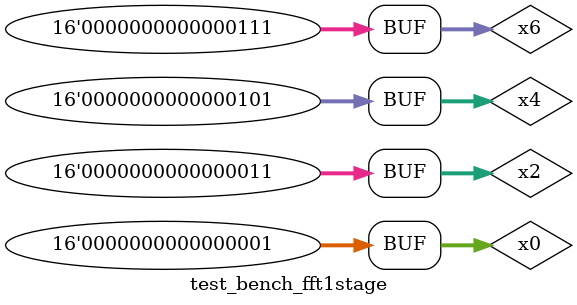
<source format=v>
module test_bench_fft1stage();
reg signed[15:0]x0,x4,x2,x6;
wire signed[16:0]y0r,y1r,y2r,y3r;

complex_add_sub fft1(.x0(x0),.x4(x4),.x2(x2),.x6(x6),.y0r(y0r),.y1r(y1r),.y2r(y2r),.y3r(y3r));

initial begin
x0=1;
x4=5;
x2=3;
x6=7;
end
initial begin
$monitor($time," y0=%0d+j(%0d) y1=%0d+j(%0d) y2=%0d-j(%0d) y3=%0d-j(%0d)",$signed(y0r[16:9]),$signed(y0r[7:0]),$signed(y1r[16:9]),$signed(y1r[7:0]),$signed(y2r[16:9]),$signed(y2r[7:0]),$signed(y3r[16:9]),$signed(y3r[7:0]));
end
endmodule 


</source>
